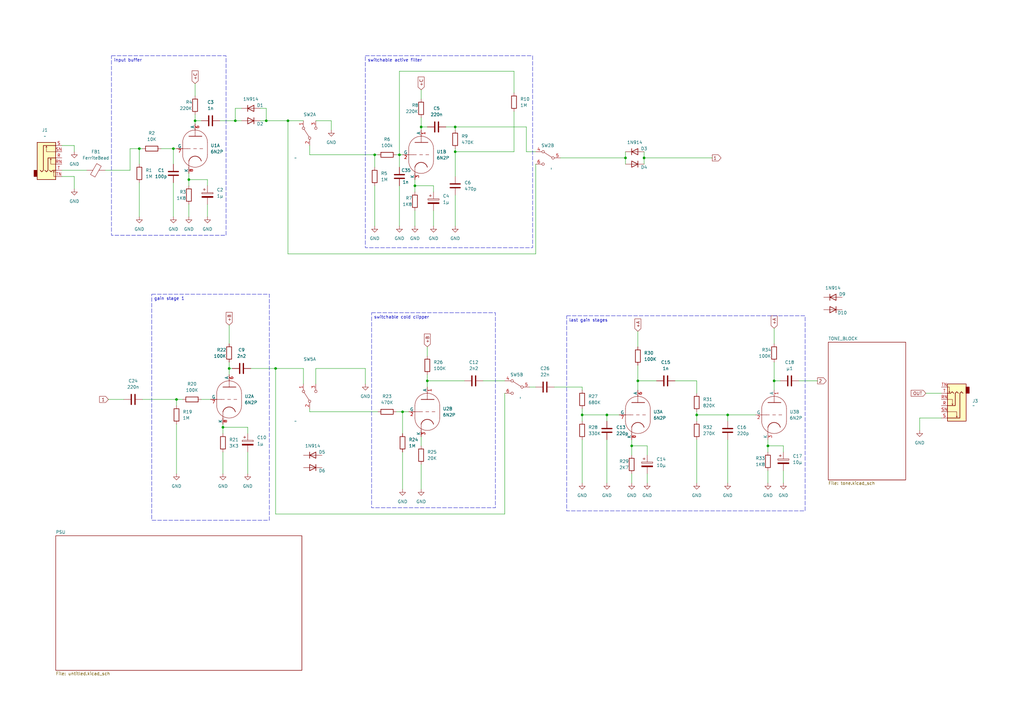
<source format=kicad_sch>
(kicad_sch (version 20250114) (generator "eeschema") (generator_version "9.0")
  (paper "A3")
  (lib_symbols
    (symbol "Connector_Audio:AudioJack3_Switch"
      (property "Reference" "J" (at 0 11.43 0))
      (property "Value" "AudioJack3_Switch" (at 0 8.89 0))
      (symbol "AudioJack3_Switch_0_1"
        (rectangle (start -5.08 -5.08) (end -6.35 -7.62) (stroke (width 0.254)) (fill (type outline)))
        (polyline (pts (xy -1.905 -5.08) (xy -1.27 -5.715) (xy -0.635 -5.08) (xy -0.635 0) (xy 2.54 0)) (stroke (width 0.254)))
        (polyline (pts (xy -1.27 4.826) (xy -1.016 4.318)))
        (polyline (pts (xy 0 -5.08) (xy 0.635 -5.715) (xy 1.27 -5.08) (xy 2.54 -5.08)) (stroke (width 0.254)))
        (polyline (pts (xy 0.508 -0.254) (xy 0.762 -0.762)))
        (polyline (pts (xy 1.778 -5.334) (xy 2.032 -5.842)))
        (rectangle (start 2.54 6.35) (end -5.08 -8.89) (stroke (width 0.254)) (fill (type background)))
        (polyline (pts (xy 2.54 5.08) (xy -2.54 5.08) (xy -2.54 -5.08) (xy -3.175 -5.715) (xy -3.81 -5.08)) (stroke (width 0.254)))
        (polyline (pts (xy 2.54 2.54) (xy -1.27 2.54) (xy -1.27 4.826) (xy -1.524 4.318)))
        (polyline (pts (xy 2.54 -2.54) (xy 0.508 -2.54) (xy 0.508 -0.254) (xy 0.254 -0.762)))
        (polyline (pts (xy 2.54 -7.62) (xy 1.778 -7.62) (xy 1.778 -5.334) (xy 1.524 -5.842)))
      )
      (symbol "AudioJack3_Switch_1_1"
        (pin passive line (at 5.08 5.08 180) (length 2.54) (name "~") (number "S"))
        (pin passive line (at 5.08 2.54 180) (length 2.54) (name "~") (number "SN"))
        (pin passive line (at 5.08 0 180) (length 2.54) (name "~") (number "R"))
        (pin passive line (at 5.08 -2.54 180) (length 2.54) (name "~") (number "RN"))
        (pin passive line (at 5.08 -5.08 180) (length 2.54) (name "~") (number "T"))
        (pin passive line (at 5.08 -7.62 180) (length 2.54) (name "~") (number "TN"))
      )
    )
    (symbol "Device:C" (pin_numbers (hide yes)) (pin_names (offset 0.254))
      (property "Reference" "C" (at 0.635 2.54 0))
      (property "Value" "C" (at 0.635 -2.54 0))
      (symbol "C_0_1"
        (polyline (pts (xy -2.032 0.762) (xy 2.032 0.762)) (stroke (width 0.508)))
        (polyline (pts (xy -2.032 -0.762) (xy 2.032 -0.762)) (stroke (width 0.508)))
      )
      (symbol "C_1_1"
        (pin passive line (at 0 3.81 270) (length 2.794) (name "~") (number "1"))
        (pin passive line (at 0 -3.81 90) (length 2.794) (name "~") (number "2"))
      )
    )
    (symbol "Device:C_Polarized" (pin_numbers (hide yes)) (pin_names (offset 0.254))
      (property "Reference" "C" (at 0.635 2.54 0))
      (property "Value" "C_Polarized" (at 0.635 -2.54 0))
      (symbol "C_Polarized_0_1"
        (rectangle (start -2.286 0.508) (end 2.286 1.016))
        (polyline (pts (xy -1.778 2.286) (xy -0.762 2.286)))
        (polyline (pts (xy -1.27 2.794) (xy -1.27 1.778)))
        (rectangle (start 2.286 -0.508) (end -2.286 -1.016) (fill (type outline)))
      )
      (symbol "C_Polarized_1_1"
        (pin passive line (at 0 3.81 270) (length 2.794) (name "~") (number "1"))
        (pin passive line (at 0 -3.81 90) (length 2.794) (name "~") (number "2"))
      )
    )
    (symbol "Device:FerriteBead" (pin_numbers (hide yes)) (pin_names (offset 0))
      (property "Reference" "FB" (at -3.81 0.635 90))
      (property "Value" "FerriteBead" (at 3.81 0 90))
      (symbol "FerriteBead_0_1"
        (polyline (pts (xy -2.7686 0.4064) (xy -1.7018 2.2606) (xy 2.7686 -0.3048) (xy 1.6764 -2.159) (xy -2.7686 0.4064)))
        (polyline (pts (xy 0 1.27) (xy 0 1.2954)))
        (polyline (pts (xy 0 -1.27) (xy 0 -1.2192)))
      )
      (symbol "FerriteBead_1_1"
        (pin passive line (at 0 3.81 270) (length 2.54) (name "~") (number "1"))
        (pin passive line (at 0 -3.81 90) (length 2.54) (name "~") (number "2"))
      )
    )
    (symbol "Device:R" (pin_numbers (hide yes)) (pin_names (offset 0))
      (property "Reference" "R" (at 2.032 0 90))
      (property "Value" "R" (at 0 0 90))
      (symbol "R_0_1"
        (rectangle (start -1.016 -2.54) (end 1.016 2.54) (stroke (width 0.254)))
      )
      (symbol "R_1_1"
        (pin passive line (at 0 3.81 270) (length 1.27) (name "~") (number "1"))
        (pin passive line (at 0 -3.81 90) (length 1.27) (name "~") (number "2"))
      )
    )
    (symbol "Diode:1N914" (pin_numbers (hide yes)) (pin_names (hide yes))
      (property "Reference" "D" (at 0 2.54 0))
      (property "Value" "1N914" (at 0 -2.54 0))
      (symbol "1N914_0_1"
        (polyline (pts (xy -1.27 1.27) (xy -1.27 -1.27)) (stroke (width 0.254)))
        (polyline (pts (xy 1.27 1.27) (xy 1.27 -1.27) (xy -1.27 0) (xy 1.27 1.27)) (stroke (width 0.254)))
        (polyline (pts (xy 1.27 0) (xy -1.27 0)))
      )
      (symbol "1N914_1_1"
        (pin passive line (at -3.81 0 0) (length 2.54) (name "K") (number "1"))
        (pin passive line (at 3.81 0 180) (length 2.54) (name "A") (number "2"))
      )
    )
    (symbol "Switch:SW_DPDT_x2" (pin_names (offset 0) (hide yes))
      (property "Reference" "SW" (at 0 4.318 0))
      (property "Value" "SW_DPDT_x2" (at 0 -5.08 0))
      (symbol "SW_DPDT_x2_0_0"
        (circle (center -2.032 0) (radius 0.508))
        (circle (center 2.032 -2.54) (radius 0.508))
      )
      (symbol "SW_DPDT_x2_0_1"
        (polyline (pts (xy -1.524 0.254) (xy 1.651 2.286)))
        (circle (center 2.032 2.54) (radius 0.508))
      )
      (symbol "SW_DPDT_x2_1_1"
        (pin passive line (at -5.08 0 0) (length 2.54) (name "B") (number "2"))
        (pin passive line (at 5.08 2.54 180) (length 2.54) (name "A") (number "1"))
        (pin passive line (at 5.08 -2.54 180) (length 2.54) (name "C") (number "3"))
      )
      (symbol "SW_DPDT_x2_2_1"
        (pin passive line (at -5.08 0 0) (length 2.54) (name "B") (number "5"))
        (pin passive line (at 5.08 2.54 180) (length 2.54) (name "A") (number "4"))
        (pin passive line (at 5.08 -2.54 180) (length 2.54) (name "C") (number "6"))
      )
    )
    (symbol "Valve:6N2P" (pin_names (offset 0))
      (property "Reference" "U3" (at 6.35 1.2701 0))
      (property "Value" "ECC83" (at 6.35 -1.2699 0))
      (symbol "6N2P_0_1"
        (polyline (pts (xy -5.08 2.54) (xy -5.08 -2.54) (xy -5.08 -2.54)))
        (arc (start -5.08 2.54) (mid 0 7.5979) (end 5.08 2.54))
        (arc (start 5.08 -2.54) (mid 0 -7.5979) (end -5.08 -2.54))
        (polyline (pts (xy 5.08 2.54) (xy 5.08 -2.54)))
      )
      (symbol "6N2P_1_0"
        (polyline (pts (xy -2.54 -5.08) (xy -2.54 -7.62)))
        (polyline (pts (xy 0 5.08) (xy 0 7.62)))
      )
      (symbol "6N2P_1_1"
        (polyline (pts (xy -5.08 0) (xy -3.175 0)))
        (polyline (pts (xy -2.54 5.08) (xy 2.794 5.08) (xy 2.794 5.08)) (stroke (width 0.254)))
        (polyline (pts (xy -1.905 0) (xy -3.175 0)) (stroke (width 0.1524)))
        (polyline (pts (xy -0.635 0) (xy 0.635 0)) (stroke (width 0.1524)))
        (arc (start -2.54 -5.08) (mid 0 -3.0968) (end 2.54 -5.08) (stroke (width 0.254)))
        (polyline (pts (xy 1.905 0) (xy 3.175 0)) (stroke (width 0.1524)))
        (pin input line (at -7.62 0 0) (length 2.54) (name "G") (number "7"))
        (pin bidirectional line (at -2.54 -10.16 90) (length 2.54) (name "K") (number "8"))
        (pin output line (at 0 10.16 270) (length 2.54) (name "A") (number "6"))
      )
      (symbol "6N2P_2_0"
        (polyline (pts (xy -2.54 -5.08) (xy -2.54 -7.62)))
        (polyline (pts (xy 0 5.08) (xy 0 7.62)))
      )
      (symbol "6N2P_2_1"
        (polyline (pts (xy -5.08 0) (xy -3.175 0)))
        (polyline (pts (xy -2.54 5.08) (xy 2.794 5.08) (xy 2.794 5.08)) (stroke (width 0.254)))
        (polyline (pts (xy -1.905 0) (xy -3.175 0)) (stroke (width 0.1524)))
        (polyline (pts (xy -0.635 0) (xy 0.635 0)) (stroke (width 0.1524)))
        (arc (start -2.54 -5.08) (mid 0 -3.0968) (end 2.54 -5.08) (stroke (width 0.254)))
        (polyline (pts (xy 1.905 0) (xy 3.175 0)) (stroke (width 0.1524)))
        (pin input line (at -7.62 0 0) (length 2.54) (name "G") (number "2"))
        (pin bidirectional line (at -2.54 -10.16 90) (length 2.54) (name "K") (number "3"))
        (pin output line (at 0 10.16 270) (length 2.54) (name "A") (number "1"))
      )
      (symbol "6N2P_3_1"
        (polyline (pts (xy 0 5.08) (xy 0 6.35)))
        (polyline (pts (xy 0 2.54) (xy 0 3.81)))
        (polyline (pts (xy 0 0) (xy 0 1.27)))
        (polyline (pts (xy 0 -2.54) (xy 0 -1.27)))
        (polyline (pts (xy 0 -5.08) (xy 0 -3.81)))
        (arc (start -2.54 -6.35) (mid 0 -4.7823) (end 2.54 -6.35))
        (pin power_in line (at -2.54 -11.43 90) (length 5.08) (name "F1") (number "4"))
        (pin power_in line (at 0 -11.43 90) (length 5.08) (name "F2") (number "9"))
        (pin power_in line (at 2.54 -11.43 90) (length 5.08) (name "F1") (number "5"))
      )
    )
    (symbol "power:GND" (power) (pin_names (offset 0))
      (property "Value" "GND" (at 0 -3.81 0))
      (symbol "GND_0_1"
        (polyline (pts (xy 0 0) (xy 0 -1.27) (xy 1.27 -1.27) (xy 0 -2.54) (xy -1.27 -1.27) (xy 0 -1.27)))
      )
      (symbol "GND_1_1"
        (pin power_in line (at 0 0 270) (length 0) (hide yes) (name "GND") (number "1"))
      )
    )
  )
  (text_box "switchable active filter" (at 149.86 22.86 0) (size 68.58 78.74) (margins 0.9525 0.9525 0.9525 0.9525) (stroke (width 0) (type dash)) (effects (font (size 1.27 1.27)) (justify left top)))
  (text_box "last gain stages" (at 232.41 129.54 0) (size 97.79 80.01) (margins 0.9525 0.9525 0.9525 0.9525) (stroke (width 0) (type dash)) (effects (font (size 1.27 1.27)) (justify left top)))
  (text_box "input buffer" (at 45.72 22.86 0) (size 46.99 73.66) (margins 0.9525 0.9525 0.9525 0.9525) (stroke (width 0) (type dash)) (effects (font (size 1.27 1.27)) (justify left top)))
  (text_box "switchable cold clipper" (at 152.4 128.27 0) (size 50.8 80.01) (margins 0.9525 0.9525 0.9525 0.9525) (stroke (width 0) (type dash)) (effects (font (size 1.27 1.27)) (justify left top)))
  (text_box "gain stage 1" (at 62.23 120.65 0) (size 48.26 92.71) (margins 0.9525 0.9525 0.9525 0.9525) (stroke (width 0) (type dash)) (effects (font (size 1.27 1.27)) (justify left top)))
  (junction (at 186.69 52.07))
  (junction (at 80.01 49.53))
  (junction (at 113.03 151.13))
  (junction (at 317.5 156.21))
  (junction (at 175.26 156.21))
  (junction (at 93.98 151.13))
  (junction (at 77.47 73.66))
  (junction (at 153.67 63.5))
  (junction (at 163.83 63.5))
  (junction (at 261.62 156.21))
  (junction (at 186.69 62.23))
  (junction (at 285.75 170.18))
  (junction (at 264.16 64.77))
  (junction (at 91.44 175.26))
  (junction (at 248.92 170.18))
  (junction (at 57.15 60.96))
  (junction (at 298.45 170.18))
  (junction (at 118.11 49.53))
  (junction (at 259.08 182.88))
  (junction (at 314.96 182.88))
  (junction (at 170.18 76.2))
  (junction (at 96.52 49.53))
  (junction (at 109.22 49.53))
  (junction (at 165.1 168.91))
  (junction (at 238.76 170.18))
  (junction (at 72.39 163.83))
  (junction (at 172.72 52.07))
  (junction (at 256.54 64.77))
  (junction (at 71.12 60.96))
  (wire (pts (xy 261.62 149.86) (xy 261.62 156.21)))
  (wire (pts (xy 215.9 62.23) (xy 215.9 52.07)))
  (wire (pts (xy 163.83 63.5) (xy 163.83 68.58)))
  (wire (pts (xy 85.09 76.2) (xy 85.09 73.66)))
  (wire (pts (xy 72.39 173.99) (xy 72.39 194.31)))
  (wire (pts (xy 314.96 193.04) (xy 314.96 198.12)))
  (wire (pts (xy 259.08 180.34) (xy 259.08 182.88)))
  (wire (pts (xy 82.55 163.83) (xy 86.36 163.83)))
  (wire (pts (xy 321.31 185.42) (xy 321.31 182.88)))
  (wire (pts (xy 163.83 76.2) (xy 163.83 92.71)))
  (wire (pts (xy 118.11 49.53) (xy 124.46 49.53)))
  (wire (pts (xy 285.75 170.18) (xy 285.75 172.72)))
  (wire (pts (xy 314.96 182.88) (xy 314.96 185.42)))
  (wire (pts (xy 219.71 62.23) (xy 215.9 62.23)))
  (wire (pts (xy 80.01 34.29) (xy 80.01 39.37)))
  (wire (pts (xy 109.22 49.53) (xy 109.22 44.45)))
  (wire (pts (xy 175.26 153.67) (xy 175.26 156.21)))
  (wire (pts (xy 165.1 168.91) (xy 167.64 168.91)))
  (wire (pts (xy 66.04 60.96) (xy 71.12 60.96)))
  (wire (pts (xy 127 63.5) (xy 153.67 63.5)))
  (wire (pts (xy 93.98 148.59) (xy 93.98 151.13)))
  (wire (pts (xy 285.75 180.34) (xy 285.75 198.12)))
  (wire (pts (xy 186.69 80.01) (xy 186.69 92.71)))
  (wire (pts (xy 386.08 171.45) (xy 377.19 171.45)))
  (wire (pts (xy 177.8 76.2) (xy 170.18 76.2)))
  (wire (pts (xy 101.6 177.8) (xy 101.6 175.26)))
  (wire (pts (xy 210.82 29.21) (xy 163.83 29.21)))
  (wire (pts (xy 172.72 190.5) (xy 172.72 200.66)))
  (wire (pts (xy 162.56 168.91) (xy 165.1 168.91)))
  (wire (pts (xy 109.22 44.45) (xy 106.68 44.45)))
  (wire (pts (xy 317.5 148.59) (xy 317.5 156.21)))
  (wire (pts (xy 248.92 170.18) (xy 254 170.18)))
  (wire (pts (xy 93.98 151.13) (xy 95.25 151.13)))
  (wire (pts (xy 177.8 86.36) (xy 177.8 92.71)))
  (wire (pts (xy 170.18 86.36) (xy 170.18 92.71)))
  (wire (pts (xy 175.26 142.24) (xy 175.26 146.05)))
  (wire (pts (xy 298.45 180.34) (xy 298.45 198.12)))
  (wire (pts (xy 91.44 185.42) (xy 91.44 194.31)))
  (wire (pts (xy 182.88 52.07) (xy 186.69 52.07)))
  (wire (pts (xy 77.47 83.82) (xy 77.47 88.9)))
  (wire (pts (xy 71.12 60.96) (xy 72.39 60.96)))
  (wire (pts (xy 172.72 48.26) (xy 172.72 52.07)))
  (wire (pts (xy 259.08 182.88) (xy 259.08 186.69)))
  (wire (pts (xy 25.4 69.85) (xy 35.56 69.85)))
  (wire (pts (xy 101.6 175.26) (xy 91.44 175.26)))
  (wire (pts (xy 264.16 62.23) (xy 264.16 64.77)))
  (wire (pts (xy 210.82 45.72) (xy 210.82 62.23)))
  (wire (pts (xy 298.45 170.18) (xy 285.75 170.18)))
  (wire (pts (xy 53.34 60.96) (xy 53.34 69.85)))
  (wire (pts (xy 80.01 46.99) (xy 80.01 49.53)))
  (wire (pts (xy 215.9 52.07) (xy 186.69 52.07)))
  (wire (pts (xy 210.82 29.21) (xy 210.82 38.1)))
  (wire (pts (xy 57.15 60.96) (xy 58.42 60.96)))
  (wire (pts (xy 265.43 182.88) (xy 259.08 182.88)))
  (wire (pts (xy 153.67 76.2) (xy 153.67 92.71)))
  (wire (pts (xy 44.45 163.83) (xy 50.8 163.83)))
  (wire (pts (xy 256.54 62.23) (xy 256.54 64.77)))
  (wire (pts (xy 113.03 151.13) (xy 113.03 210.82)))
  (wire (pts (xy 321.31 193.04) (xy 321.31 198.12)))
  (wire (pts (xy 248.92 170.18) (xy 248.92 172.72)))
  (wire (pts (xy 30.48 59.69) (xy 30.48 62.23)))
  (wire (pts (xy 170.18 73.66) (xy 170.18 76.2)))
  (wire (pts (xy 170.18 76.2) (xy 170.18 78.74)))
  (wire (pts (xy 113.03 151.13) (xy 124.46 151.13)))
  (wire (pts (xy 186.69 62.23) (xy 186.69 72.39)))
  (wire (pts (xy 85.09 73.66) (xy 77.47 73.66)))
  (wire (pts (xy 298.45 170.18) (xy 298.45 172.72)))
  (wire (pts (xy 314.96 182.88) (xy 321.31 182.88)))
  (wire (pts (xy 227.33 158.75) (xy 238.76 158.75)))
  (wire (pts (xy 175.26 156.21) (xy 190.5 156.21)))
  (wire (pts (xy 149.86 151.13) (xy 149.86 157.48)))
  (wire (pts (xy 186.69 60.96) (xy 186.69 62.23)))
  (wire (pts (xy 238.76 180.34) (xy 238.76 198.12)))
  (wire (pts (xy 106.68 49.53) (xy 109.22 49.53)))
  (wire (pts (xy 154.94 63.5) (xy 153.67 63.5)))
  (wire (pts (xy 317.5 134.62) (xy 317.5 140.97)))
  (wire (pts (xy 285.75 156.21) (xy 285.75 161.29)))
  (wire (pts (xy 72.39 163.83) (xy 74.93 163.83)))
  (wire (pts (xy 163.83 29.21) (xy 163.83 63.5)))
  (wire (pts (xy 264.16 64.77) (xy 264.16 67.31)))
  (wire (pts (xy 248.92 180.34) (xy 248.92 198.12)))
  (wire (pts (xy 91.44 175.26) (xy 91.44 177.8)))
  (wire (pts (xy 165.1 185.42) (xy 165.1 200.66)))
  (wire (pts (xy 77.47 73.66) (xy 77.47 76.2)))
  (wire (pts (xy 186.69 62.23) (xy 210.82 62.23)))
  (wire (pts (xy 80.01 49.53) (xy 82.55 49.53)))
  (wire (pts (xy 57.15 74.93) (xy 57.15 88.9)))
  (wire (pts (xy 256.54 64.77) (xy 256.54 67.31)))
  (wire (pts (xy 317.5 156.21) (xy 320.04 156.21)))
  (wire (pts (xy 93.98 151.13) (xy 93.98 153.67)))
  (wire (pts (xy 265.43 194.31) (xy 265.43 198.12)))
  (wire (pts (xy 58.42 163.83) (xy 72.39 163.83)))
  (wire (pts (xy 261.62 135.89) (xy 261.62 142.24)))
  (wire (pts (xy 172.72 52.07) (xy 172.72 53.34)))
  (wire (pts (xy 127 59.69) (xy 127 63.5)))
  (wire (pts (xy 85.09 83.82) (xy 85.09 88.9)))
  (wire (pts (xy 264.16 64.77) (xy 292.1 64.77)))
  (wire (pts (xy 71.12 60.96) (xy 71.12 67.31)))
  (wire (pts (xy 207.01 161.29) (xy 207.01 210.82)))
  (wire (pts (xy 238.76 158.75) (xy 238.76 160.02)))
  (wire (pts (xy 25.4 59.69) (xy 30.48 59.69)))
  (wire (pts (xy 53.34 60.96) (xy 57.15 60.96)))
  (wire (pts (xy 327.66 156.21) (xy 335.28 156.21)))
  (wire (pts (xy 118.11 104.14) (xy 219.71 104.14)))
  (wire (pts (xy 238.76 167.64) (xy 238.76 170.18)))
  (wire (pts (xy 219.71 104.14) (xy 219.71 67.31)))
  (wire (pts (xy 96.52 49.53) (xy 99.06 49.53)))
  (wire (pts (xy 198.12 156.21) (xy 207.01 156.21)))
  (wire (pts (xy 101.6 185.42) (xy 101.6 194.31)))
  (wire (pts (xy 124.46 151.13) (xy 124.46 157.48)))
  (wire (pts (xy 314.96 180.34) (xy 314.96 182.88)))
  (wire (pts (xy 153.67 63.5) (xy 153.67 68.58)))
  (wire (pts (xy 285.75 168.91) (xy 285.75 170.18)))
  (wire (pts (xy 25.4 72.39) (xy 30.48 72.39)))
  (wire (pts (xy 91.44 173.99) (xy 91.44 175.26)))
  (wire (pts (xy 177.8 78.74) (xy 177.8 76.2)))
  (wire (pts (xy 217.17 158.75) (xy 219.71 158.75)))
  (wire (pts (xy 172.72 36.83) (xy 172.72 40.64)))
  (wire (pts (xy 163.83 63.5) (xy 165.1 63.5)))
  (wire (pts (xy 207.01 210.82) (xy 113.03 210.82)))
  (wire (pts (xy 72.39 163.83) (xy 72.39 166.37)))
  (wire (pts (xy 261.62 156.21) (xy 261.62 160.02)))
  (wire (pts (xy 109.22 49.53) (xy 118.11 49.53)))
  (wire (pts (xy 30.48 72.39) (xy 30.48 77.47)))
  (wire (pts (xy 71.12 74.93) (xy 71.12 88.9)))
  (wire (pts (xy 259.08 194.31) (xy 259.08 198.12)))
  (wire (pts (xy 317.5 156.21) (xy 317.5 160.02)))
  (wire (pts (xy 77.47 71.12) (xy 77.47 73.66)))
  (wire (pts (xy 186.69 52.07) (xy 186.69 53.34)))
  (wire (pts (xy 261.62 156.21) (xy 269.24 156.21)))
  (wire (pts (xy 96.52 44.45) (xy 96.52 49.53)))
  (wire (pts (xy 118.11 49.53) (xy 118.11 104.14)))
  (wire (pts (xy 80.01 49.53) (xy 80.01 50.8)))
  (wire (pts (xy 127 168.91) (xy 154.94 168.91)))
  (wire (pts (xy 309.88 170.18) (xy 298.45 170.18)))
  (wire (pts (xy 276.86 156.21) (xy 285.75 156.21)))
  (wire (pts (xy 265.43 186.69) (xy 265.43 182.88)))
  (wire (pts (xy 238.76 170.18) (xy 248.92 170.18)))
  (wire (pts (xy 238.76 170.18) (xy 238.76 172.72)))
  (wire (pts (xy 102.87 151.13) (xy 113.03 151.13)))
  (wire (pts (xy 53.34 69.85) (xy 43.18 69.85)))
  (wire (pts (xy 129.54 151.13) (xy 149.86 151.13)))
  (wire (pts (xy 175.26 156.21) (xy 175.26 158.75)))
  (wire (pts (xy 129.54 157.48) (xy 129.54 151.13)))
  (wire (pts (xy 99.06 44.45) (xy 96.52 44.45)))
  (wire (pts (xy 90.17 49.53) (xy 96.52 49.53)))
  (wire (pts (xy 165.1 168.91) (xy 165.1 177.8)))
  (wire (pts (xy 129.54 49.53) (xy 135.89 49.53)))
  (wire (pts (xy 172.72 179.07) (xy 172.72 182.88)))
  (wire (pts (xy 172.72 52.07) (xy 175.26 52.07)))
  (wire (pts (xy 93.98 133.35) (xy 93.98 140.97)))
  (wire (pts (xy 135.89 49.53) (xy 135.89 53.34)))
  (wire (pts (xy 377.19 171.45) (xy 377.19 176.53)))
  (wire (pts (xy 229.87 64.77) (xy 256.54 64.77)))
  (wire (pts (xy 379.73 161.29) (xy 386.08 161.29)))
  (wire (pts (xy 163.83 63.5) (xy 162.56 63.5)))
  (wire (pts (xy 57.15 67.31) (xy 57.15 60.96)))
  (wire (pts (xy 127 167.64) (xy 127 168.91)))
  (global_label "2" (shape output) (at 335.28 156.21 0) (property "Intersheetrefs" "${INTERSHEET_REFS}" (effects (hide yes))))
  (global_label "+A" (shape input) (at 261.62 135.89 90) (property "Intersheetrefs" "${INTERSHEET_REFS}" (effects (hide yes))))
  (global_label "+B" (shape input) (at 175.26 142.24 90) (property "Intersheetrefs" "${INTERSHEET_REFS}" (effects (hide yes))))
  (global_label "1" (shape input) (at 44.45 163.83 180) (property "Intersheetrefs" "${INTERSHEET_REFS}" (effects (hide yes))))
  (global_label "+B" (shape input) (at 93.98 133.35 90) (property "Intersheetrefs" "${INTERSHEET_REFS}" (effects (hide yes))))
  (global_label "+A" (shape input) (at 317.5 134.62 90) (property "Intersheetrefs" "${INTERSHEET_REFS}" (effects (hide yes))))
  (global_label "OUT" (shape input) (at 379.73 161.29 180) (property "Intersheetrefs" "${INTERSHEET_REFS}" (effects (hide yes))))
  (global_label "+C" (shape input) (at 172.72 36.83 90) (property "Intersheetrefs" "${INTERSHEET_REFS}" (effects (hide yes))))
  (global_label "1" (shape output) (at 292.1 64.77 0) (property "Intersheetrefs" "${INTERSHEET_REFS}" (effects (hide yes))))
  (global_label "+C" (shape input) (at 80.01 34.29 90) (property "Intersheetrefs" "${INTERSHEET_REFS}" (effects (hide yes))))
  (symbol (lib_id "power:GND") (at 163.83 92.71 0) (unit 1)
    (property "Reference" "#PWR053" (effects (hide yes)))
    (property "Value" "GND" (at 163.83 97.79 0))
  )
  (symbol (lib_id "Device:R") (at 62.23 60.96 90) (unit 1)
    (property "Reference" "R2" (at 62.23 54.61 90))
    (property "Value" "10K" (at 62.23 57.15 90))
  )
  (symbol (lib_id "Device:C_Polarized") (at 177.8 82.55 0) (unit 1)
    (property "Reference" "C4" (at 181.61 80.391 0) (effects (justify left)))
    (property "Value" "1µ" (at 181.61 82.931 0) (effects (justify left)))
  )
  (symbol (lib_id "Device:C_Polarized") (at 265.43 190.5 0) (unit 1)
    (property "Reference" "C14" (at 269.24 188.341 0) (effects (justify left)))
    (property "Value" "10µ" (at 269.24 190.881 0) (effects (justify left)))
  )
  (symbol (lib_id "Device:R") (at 317.5 144.78 180) (unit 1)
    (property "Reference" "R34" (at 312.42 143.51 0) (effects (justify right)))
    (property "Value" "100K" (at 311.15 146.05 0) (effects (justify right)))
  )
  (symbol (lib_id "power:GND") (at 170.18 92.71 0) (unit 1)
    (property "Reference" "#PWR09" (effects (hide yes)))
    (property "Value" "GND" (at 170.18 97.79 0))
  )
  (symbol (lib_id "Connector_Audio:AudioJack3_Switch") (at 20.32 64.77 0) (unit 1)
    (property "Reference" "J1" (at 18.415 53.34 0))
    (property "Value" "~" (at 18.415 55.88 0))
  )
  (symbol (lib_id "Device:C") (at 163.83 72.39 180) (unit 1)
    (property "Reference" "C35" (at 164.592 69.85 0) (effects (justify right)))
    (property "Value" "1n" (at 165.1 74.676 0) (effects (justify right)))
  )
  (symbol (lib_id "Device:C_Polarized") (at 85.09 80.01 0) (unit 1)
    (property "Reference" "C2" (at 88.9 77.851 0) (effects (justify left)))
    (property "Value" "1µ" (at 88.9 80.391 0) (effects (justify left)))
  )
  (symbol (lib_id "Device:R") (at 238.76 163.83 0) (unit 1)
    (property "Reference" "R27" (at 241.3 162.56 0) (effects (justify left)))
    (property "Value" "680K" (at 241.3 165.1 0) (effects (justify left)))
  )
  (symbol (lib_id "Device:C") (at 54.61 163.83 90) (unit 1)
    (property "Reference" "C24" (at 54.61 156.21 90))
    (property "Value" "220n" (at 54.61 158.75 90))
  )
  (symbol (lib_id "Device:R") (at 285.75 176.53 180) (unit 1)
    (property "Reference" "R32" (at 288.29 175.26 0) (effects (justify right)))
    (property "Value" "270K" (at 288.29 177.8 0) (effects (justify right)))
  )
  (symbol (lib_id "Device:R") (at 80.01 43.18 180) (unit 1)
    (property "Reference" "R4" (at 76.2 41.91 0) (effects (justify right)))
    (property "Value" "220K" (at 73.66 44.45 0) (effects (justify right)))
  )
  (symbol (lib_id "power:GND") (at 377.19 176.53 0) (unit 1)
    (property "Reference" "#PWR052" (effects (hide yes)))
    (property "Value" "GND" (at 377.19 181.61 0))
  )
  (symbol (lib_id "Diode:1N914") (at 341.63 127 180) (unit 1)
    (property "Reference" "D10" (at 345.44 128.27 0))
    (property "Value" "1N914" (effects (hide yes)))
    (property "Footprint" "Diode_THT:D_DO-35_SOD27_P7.62mm_Horizontal" (effects (hide yes)))
    (property "Datasheet" "http://www.vishay.com/docs/85622/1n914.pdf" (effects (hide yes)))
    (property "Sim.Device" "D" (effects (hide yes)))
    (property "Sim.Pins" "1=K 2=A" (effects (hide yes)))
  )
  (symbol (lib_id "Device:C") (at 248.92 176.53 180) (unit 1)
    (property "Reference" "C13" (at 252.73 175.26 0) (effects (justify right)))
    (property "Value" "220p" (at 252.73 177.8 0) (effects (justify right)))
  )
  (symbol (lib_id "power:GND") (at 177.8 92.71 0) (unit 1)
    (property "Reference" "#PWR010" (effects (hide yes)))
    (property "Value" "GND" (at 177.8 97.79 0))
  )
  (symbol (lib_id "power:GND") (at 101.6 194.31 0) (unit 1)
    (property "Reference" "#PWR020" (effects (hide yes)))
    (property "Value" "GND" (at 101.6 199.39 0))
  )
  (symbol (lib_id "Device:R") (at 238.76 176.53 180) (unit 1)
    (property "Reference" "R28" (at 241.3 175.26 0) (effects (justify right)))
    (property "Value" "330K" (at 241.3 177.8 0) (effects (justify right)))
  )
  (symbol (lib_id "Valve:6N2P") (at 317.5 170.18 0) (unit 2)
    (property "Reference" "U3" (at 323.85 168.91 0) (effects (justify left)))
    (property "Value" "6N2P" (at 323.85 171.45 0) (effects (justify left)))
    (property "Footprint" "Valve:Valve_6N2P" (effects (hide yes)))
    (property "Datasheet" "http://www.r-type.org/pdfs/6n2p.pdf" (effects (hide yes)))
  )
  (symbol (lib_id "Device:R") (at 91.44 181.61 0) (unit 1)
    (property "Reference" "R21" (at 93.98 180.34 0) (effects (justify left)))
    (property "Value" "3K3" (at 93.98 182.88 0) (effects (justify left)))
  )
  (symbol (lib_id "Device:C") (at 273.05 156.21 90) (unit 1)
    (property "Reference" "C15" (at 273.05 148.59 90))
    (property "Value" "1n" (at 273.05 151.13 90))
  )
  (symbol (lib_id "Switch:SW_DPDT_x2") (at 224.79 64.77 0) (mirror y) (unit 2)
    (property "Reference" "SW2" (at 227.33 59.69 0) (effects (justify left)))
    (property "Value" "~" (at 226.06 68.58 90) (effects (justify right)))
  )
  (symbol (lib_id "Valve:6N2P") (at 93.98 163.83 0) (unit 1)
    (property "Reference" "U2" (at 100.33 162.56 0) (effects (justify left)))
    (property "Value" "6N2P" (at 100.33 165.1 0) (effects (justify left)))
    (property "Footprint" "Valve:Valve_6N2P" (effects (hide yes)))
    (property "Datasheet" "http://www.r-type.org/pdfs/6n2p.pdf" (effects (hide yes)))
  )
  (symbol (lib_id "Device:R") (at 78.74 163.83 90) (unit 1)
    (property "Reference" "R20" (at 78.74 157.48 90))
    (property "Value" "100K" (at 78.74 160.02 90))
  )
  (symbol (lib_id "power:GND") (at 285.75 198.12 0) (unit 1)
    (property "Reference" "#PWR029" (effects (hide yes)))
    (property "Value" "GND" (at 285.75 203.2 0))
  )
  (symbol (lib_id "power:GND") (at 314.96 198.12 0) (unit 1)
    (property "Reference" "#PWR031" (effects (hide yes)))
    (property "Value" "GND" (at 314.96 203.2 0))
  )
  (symbol (lib_id "Valve:6N2P") (at 80.01 60.96 0) (unit 1)
    (property "Reference" "U1" (at 86.36 59.69 0) (effects (justify left)))
    (property "Value" "6N2P" (at 86.36 62.23 0) (effects (justify left)))
    (property "Footprint" "Valve:Valve_6N2P" (effects (hide yes)))
    (property "Datasheet" "http://www.r-type.org/pdfs/6n2p.pdf" (effects (hide yes)))
  )
  (symbol (lib_id "power:GND") (at 149.86 157.48 0) (unit 1)
    (property "Reference" "#PWR021" (effects (hide yes)))
    (property "Value" "GND" (at 149.86 162.56 0))
  )
  (symbol (lib_id "power:GND") (at 30.48 77.47 0) (unit 1)
    (property "Reference" "#PWR02" (effects (hide yes)))
    (property "Value" "GND" (at 30.48 82.55 0))
  )
  (symbol (lib_id "Valve:6N2P") (at 172.72 63.5 0) (unit 2)
    (property "Reference" "U1" (at 179.07 62.23 0) (effects (justify left)))
    (property "Value" "6N2P" (at 179.07 64.77 0) (effects (justify left)))
    (property "Footprint" "Valve:Valve_6N2P" (effects (hide yes)))
    (property "Datasheet" "http://www.r-type.org/pdfs/6n2p.pdf" (effects (hide yes)))
  )
  (symbol (lib_id "power:GND") (at 77.47 88.9 0) (unit 1)
    (property "Reference" "#PWR05" (effects (hide yes)))
    (property "Value" "GND" (at 77.47 93.98 0))
  )
  (symbol (lib_id "Device:R") (at 77.47 80.01 180) (unit 1)
    (property "Reference" "R3" (at 73.66 78.74 0) (effects (justify right)))
    (property "Value" "1K8" (at 72.39 81.28 0) (effects (justify right)))
  )
  (symbol (lib_id "Device:C") (at 179.07 52.07 90) (unit 1)
    (property "Reference" "C5" (at 179.07 44.45 90))
    (property "Value" "220n" (at 179.07 46.99 90))
  )
  (symbol (lib_id "Device:R") (at 186.69 57.15 0) (unit 1)
    (property "Reference" "R9" (at 189.23 55.88 0) (effects (justify left)))
    (property "Value" "470K" (at 189.23 58.42 0) (effects (justify left)))
  )
  (symbol (lib_id "Diode:1N914") (at 128.27 186.69 0) (unit 1)
    (property "Reference" "D5" (at 132.08 185.42 0))
    (property "Value" "1N914" (at 128.27 182.88 0))
    (property "Footprint" "Diode_THT:D_DO-35_SOD27_P7.62mm_Horizontal" (effects (hide yes)))
    (property "Datasheet" "http://www.vishay.com/docs/85622/1n914.pdf" (effects (hide yes)))
    (property "Sim.Device" "D" (effects (hide yes)))
    (property "Sim.Pins" "1=K 2=A" (effects (hide yes)))
  )
  (symbol (lib_id "Device:R") (at 172.72 44.45 0) (unit 1)
    (property "Reference" "R8" (at 168.91 43.18 0) (effects (justify left)))
    (property "Value" "220K" (at 166.37 45.72 0) (effects (justify left)))
  )
  (symbol (lib_id "power:GND") (at 265.43 198.12 0) (unit 1)
    (property "Reference" "#PWR028" (effects (hide yes)))
    (property "Value" "GND" (at 265.43 203.2 0))
  )
  (symbol (lib_id "Device:R") (at 172.72 186.69 180) (unit 1)
    (property "Reference" "R25" (at 175.26 185.4199 0) (effects (justify right)))
    (property "Value" "20K" (at 175.26 187.9599 0) (effects (justify right)))
  )
  (symbol (lib_id "power:GND") (at 321.31 198.12 0) (unit 1)
    (property "Reference" "#PWR032" (effects (hide yes)))
    (property "Value" "GND" (at 321.31 203.2 0))
  )
  (symbol (lib_id "Device:C") (at 194.31 156.21 90) (unit 1)
    (property "Reference" "C12" (at 194.31 148.59 90))
    (property "Value" "2n2" (at 194.31 151.13 90))
  )
  (symbol (lib_id "power:GND") (at 71.12 88.9 0) (unit 1)
    (property "Reference" "#PWR04" (effects (hide yes)))
    (property "Value" "GND" (at 71.12 93.98 0))
  )
  (symbol (lib_id "Device:R") (at 261.62 146.05 180) (unit 1)
    (property "Reference" "R30" (at 264.16 144.78 0) (effects (justify right)))
    (property "Value" "100K" (at 264.16 147.32 0) (effects (justify right)))
  )
  (symbol (lib_id "Device:C") (at 323.85 156.21 90) (unit 1)
    (property "Reference" "C18" (at 323.85 148.59 90))
    (property "Value" "µ1" (at 323.85 151.13 90))
  )
  (symbol (lib_id "power:GND") (at 248.92 198.12 0) (unit 1)
    (property "Reference" "#PWR026" (effects (hide yes)))
    (property "Value" "GND" (at 248.92 203.2 0))
  )
  (symbol (lib_id "power:GND") (at 135.89 53.34 0) (unit 1)
    (property "Reference" "#PWR07" (effects (hide yes)))
    (property "Value" "GND" (at 135.89 58.42 0))
  )
  (symbol (lib_id "Device:C") (at 186.69 76.2 180) (unit 1)
    (property "Reference" "C6" (at 190.5 74.93 0) (effects (justify right)))
    (property "Value" "470p" (at 190.5 77.47 0) (effects (justify right)))
  )
  (symbol (lib_id "Valve:6N2P") (at 175.26 168.91 0) (unit 2)
    (property "Reference" "U2" (at 181.61 167.64 0) (effects (justify left)))
    (property "Value" "6N2P" (at 181.61 170.18 0) (effects (justify left)))
    (property "Footprint" "Valve:Valve_6N2P" (effects (hide yes)))
    (property "Datasheet" "http://www.r-type.org/pdfs/6n2p.pdf" (effects (hide yes)))
  )
  (symbol (lib_id "Device:R") (at 72.39 170.18 180) (unit 1)
    (property "Reference" "R19" (at 74.93 168.91 0) (effects (justify right)))
    (property "Value" "1M" (at 74.93 171.45 0) (effects (justify right)))
  )
  (symbol (lib_id "power:GND") (at 238.76 198.12 0) (unit 1)
    (property "Reference" "#PWR025" (effects (hide yes)))
    (property "Value" "GND" (at 238.76 203.2 0))
  )
  (symbol (lib_id "Device:R") (at 175.26 149.86 180) (unit 1)
    (property "Reference" "R26" (at 177.8 148.59 0) (effects (justify right)))
    (property "Value" "100K" (at 177.8 151.13 0) (effects (justify right)))
  )
  (symbol (lib_id "Diode:1N914") (at 341.63 121.92 0) (unit 1)
    (property "Reference" "D9" (at 345.44 120.65 0))
    (property "Value" "1N914" (at 341.63 118.11 0))
    (property "Footprint" "Diode_THT:D_DO-35_SOD27_P7.62mm_Horizontal" (effects (hide yes)))
    (property "Datasheet" "http://www.vishay.com/docs/85622/1n914.pdf" (effects (hide yes)))
    (property "Sim.Device" "D" (effects (hide yes)))
    (property "Sim.Pins" "1=K 2=A" (effects (hide yes)))
  )
  (symbol (lib_id "power:GND") (at 165.1 200.66 0) (unit 1)
    (property "Reference" "#PWR022" (effects (hide yes)))
    (property "Value" "GND" (at 165.1 205.74 0))
  )
  (symbol (lib_id "Device:R") (at 153.67 72.39 180) (unit 1)
    (property "Reference" "R5" (at 156.21 71.12 0) (effects (justify right)))
    (property "Value" "1M" (at 156.21 73.66 0) (effects (justify right)))
  )
  (symbol (lib_id "Device:C") (at 71.12 71.12 180) (unit 1)
    (property "Reference" "C1" (at 64.77 69.85 0) (effects (justify right)))
    (property "Value" "100p" (at 63.5 72.39 0) (effects (justify right)))
  )
  (symbol (lib_id "power:GND") (at 57.15 88.9 0) (unit 1)
    (property "Reference" "#PWR03" (effects (hide yes)))
    (property "Value" "GND" (at 57.15 93.98 0))
  )
  (symbol (lib_id "Switch:SW_DPDT_x2") (at 212.09 158.75 0) (mirror y) (unit 2)
    (property "Reference" "SW5" (at 214.63 153.67 0) (effects (justify left)))
    (property "Value" "~" (at 213.36 162.56 90) (effects (justify right)))
  )
  (symbol (lib_id "Device:R") (at 93.98 144.78 0) (unit 1)
    (property "Reference" "R22" (at 88.9 143.51 0) (effects (justify left)))
    (property "Value" "100K" (at 87.63 146.05 0) (effects (justify left)))
  )
  (symbol (lib_id "Device:C") (at 298.45 176.53 180) (unit 1)
    (property "Reference" "C16" (at 302.26 175.26 0) (effects (justify right)))
    (property "Value" "220p" (at 302.26 177.8 0) (effects (justify right)))
  )
  (symbol (lib_id "Device:C_Polarized") (at 321.31 189.23 0) (unit 1)
    (property "Reference" "C17" (at 325.12 187.071 0) (effects (justify left)))
    (property "Value" "10µ" (at 325.12 189.611 0) (effects (justify left)))
  )
  (symbol (lib_id "Diode:1N914") (at 260.35 62.23 0) (unit 1)
    (property "Reference" "D3" (at 264.16 60.96 0))
    (property "Value" "1N914" (at 260.35 58.42 0))
    (property "Footprint" "Diode_THT:D_DO-35_SOD27_P7.62mm_Horizontal" (effects (hide yes)))
    (property "Datasheet" "http://www.vishay.com/docs/85622/1n914.pdf" (effects (hide yes)))
    (property "Sim.Device" "D" (effects (hide yes)))
    (property "Sim.Pins" "1=K 2=A" (effects (hide yes)))
  )
  (symbol (lib_id "Valve:6N2P") (at 261.62 170.18 0) (unit 1)
    (property "Reference" "U3" (at 267.97 168.91 0) (effects (justify left)))
    (property "Value" "6N2P" (at 267.97 171.45 0) (effects (justify left)))
    (property "Footprint" "Valve:Valve_6N2P" (effects (hide yes)))
    (property "Datasheet" "http://www.r-type.org/pdfs/6n2p.pdf" (effects (hide yes)))
  )
  (symbol (lib_id "power:GND") (at 153.67 92.71 0) (unit 1)
    (property "Reference" "#PWR08" (effects (hide yes)))
    (property "Value" "GND" (at 153.67 97.79 0))
  )
  (symbol (lib_id "Device:C") (at 99.06 151.13 90) (unit 1)
    (property "Reference" "C9" (at 99.06 143.51 90))
    (property "Value" "2n2" (at 99.06 146.05 90))
  )
  (symbol (lib_id "Device:R") (at 158.75 168.91 90) (unit 1)
    (property "Reference" "R23" (at 158.75 162.56 90))
    (property "Value" "470K" (at 158.75 165.1 90))
  )
  (symbol (lib_id "power:GND") (at 30.48 62.23 0) (unit 1)
    (property "Reference" "#PWR01" (effects (hide yes)))
    (property "Value" "GND" (at 30.48 67.31 0))
  )
  (symbol (lib_id "power:GND") (at 72.39 194.31 0) (unit 1)
    (property "Reference" "#PWR018" (effects (hide yes)))
    (property "Value" "GND" (at 72.39 199.39 0))
  )
  (symbol (lib_id "Device:R") (at 285.75 165.1 180) (unit 1)
    (property "Reference" "R31" (at 288.29 163.83 0) (effects (justify right)))
    (property "Value" "820K" (at 288.29 166.37 0) (effects (justify right)))
  )
  (symbol (lib_id "power:GND") (at 186.69 92.71 0) (unit 1)
    (property "Reference" "#PWR011" (effects (hide yes)))
    (property "Value" "GND" (at 186.69 97.79 0))
  )
  (symbol (lib_id "power:GND") (at 85.09 88.9 0) (unit 1)
    (property "Reference" "#PWR06" (effects (hide yes)))
    (property "Value" "GND" (at 85.09 93.98 0))
  )
  (symbol (lib_id "Device:R") (at 165.1 181.61 180) (unit 1)
    (property "Reference" "R24" (at 167.64 180.34 0) (effects (justify right)))
    (property "Value" "1M" (at 167.64 182.88 0) (effects (justify right)))
  )
  (symbol (lib_id "power:GND") (at 172.72 200.66 0) (unit 1)
    (property "Reference" "#PWR023" (effects (hide yes)))
    (property "Value" "GND" (at 172.72 205.74 0))
  )
  (symbol (lib_id "Device:R") (at 170.18 82.55 0) (unit 1)
    (property "Reference" "R7" (at 166.37 81.28 0) (effects (justify left)))
    (property "Value" "1K8" (at 165.1 83.82 0) (effects (justify left)))
  )
  (symbol (lib_id "Device:R") (at 259.08 190.5 180) (unit 1)
    (property "Reference" "R29" (at 254 189.23 0) (effects (justify right)))
    (property "Value" "2K7" (at 254 191.77 0) (effects (justify right)))
  )
  (symbol (lib_id "power:GND") (at 91.44 194.31 0) (unit 1)
    (property "Reference" "#PWR019" (effects (hide yes)))
    (property "Value" "GND" (at 91.44 199.39 0))
  )
  (symbol (lib_id "Device:C") (at 86.36 49.53 90) (unit 1)
    (property "Reference" "C3" (at 86.36 41.91 90))
    (property "Value" "1n" (at 86.36 44.45 90))
  )
  (symbol (lib_id "Device:R") (at 158.75 63.5 270) (unit 1)
    (property "Reference" "R6" (at 158.75 57.15 90))
    (property "Value" "100k" (at 158.75 59.69 90))
  )
  (symbol (lib_id "Device:R") (at 210.82 41.91 180) (unit 1)
    (property "Reference" "R10" (at 213.36 40.64 0) (effects (justify right)))
    (property "Value" "1M" (at 213.36 43.18 0) (effects (justify right)))
  )
  (symbol (lib_id "Switch:SW_DPDT_x2") (at 127 162.56 90) (unit 1)
    (property "Reference" "SW5" (at 124.46 147.32 90) (effects (justify right)))
    (property "Value" "~" (at 120.65 172.72 90) (effects (justify right)))
  )
  (symbol (lib_id "Device:R") (at 314.96 189.23 180) (unit 1)
    (property "Reference" "R33" (at 309.88 187.96 0) (effects (justify right)))
    (property "Value" "1K8" (at 309.88 190.5 0) (effects (justify right)))
  )
  (symbol (lib_id "Connector_Audio:AudioJack3_Switch") (at 391.16 166.37 180) (unit 1)
    (property "Reference" "J3" (at 398.78 164.4649 0) (effects (justify right)))
    (property "Value" "~" (at 398.78 166.37 0) (effects (justify right)))
  )
  (symbol (lib_id "Diode:1N914") (at 128.27 191.77 180) (unit 1)
    (property "Reference" "D6" (at 132.08 193.04 0))
    (property "Value" "1N914" (effects (hide yes)))
    (property "Footprint" "Diode_THT:D_DO-35_SOD27_P7.62mm_Horizontal" (effects (hide yes)))
    (property "Datasheet" "http://www.vishay.com/docs/85622/1n914.pdf" (effects (hide yes)))
    (property "Sim.Device" "D" (effects (hide yes)))
    (property "Sim.Pins" "1=K 2=A" (effects (hide yes)))
  )
  (symbol (lib_id "Device:C_Polarized") (at 101.6 181.61 0) (unit 1)
    (property "Reference" "C10" (at 105.41 179.451 0) (effects (justify left)))
    (property "Value" "1µ" (at 105.41 181.991 0) (effects (justify left)))
  )
  (symbol (lib_id "Device:FerriteBead") (at 39.37 69.85 90) (unit 1)
    (property "Reference" "FB1" (at 39.3192 62.23 90))
    (property "Value" "FerriteBead" (at 39.3192 64.77 90))
  )
  (symbol (lib_id "power:GND") (at 259.08 198.12 0) (unit 1)
    (property "Reference" "#PWR027" (effects (hide yes)))
    (property "Value" "GND" (at 259.08 203.2 0))
  )
  (symbol (lib_id "power:GND") (at 298.45 198.12 0) (unit 1)
    (property "Reference" "#PWR030" (effects (hide yes)))
    (property "Value" "GND" (at 298.45 203.2 0))
  )
  (symbol (lib_id "Switch:SW_DPDT_x2") (at 127 54.61 90) (unit 1)
    (property "Reference" "SW2" (at 124.46 46.99 90) (effects (justify right)))
    (property "Value" "~" (at 120.65 64.77 90) (effects (justify right)))
  )
  (symbol (lib_id "Diode:1N914") (at 102.87 44.45 0) (unit 1)
    (property "Reference" "D1" (at 106.68 43.18 0))
    (property "Value" "1N914" (at 102.87 40.64 0))
    (property "Footprint" "Diode_THT:D_DO-35_SOD27_P7.62mm_Horizontal" (effects (hide yes)))
    (property "Datasheet" "http://www.vishay.com/docs/85622/1n914.pdf" (effects (hide yes)))
    (property "Sim.Device" "D" (effects (hide yes)))
    (property "Sim.Pins" "1=K 2=A" (effects (hide yes)))
  )
  (symbol (lib_id "Device:C") (at 223.52 158.75 90) (unit 1)
    (property "Reference" "C26" (at 223.52 151.13 90))
    (property "Value" "22n" (at 223.52 153.67 90))
  )
  (symbol (lib_id "Diode:1N914") (at 260.35 67.31 180) (unit 1)
    (property "Reference" "D4" (at 264.16 68.58 0))
    (property "Value" "1N914" (effects (hide yes)))
    (property "Footprint" "Diode_THT:D_DO-35_SOD27_P7.62mm_Horizontal" (effects (hide yes)))
    (property "Datasheet" "http://www.vishay.com/docs/85622/1n914.pdf" (effects (hide yes)))
    (property "Sim.Device" "D" (effects (hide yes)))
    (property "Sim.Pins" "1=K 2=A" (effects (hide yes)))
  )
  (symbol (lib_id "Device:R") (at 57.15 71.12 180) (unit 1)
    (property "Reference" "R1" (at 59.69 69.85 0) (effects (justify right)))
    (property "Value" "1M" (at 59.69 72.39 0) (effects (justify right)))
  )
  (symbol (lib_id "Diode:1N914") (at 102.87 49.53 180) (unit 1)
    (property "Reference" "D2" (at 106.68 50.8 0))
    (property "Value" "1N914" (effects (hide yes)))
    (property "Footprint" "Diode_THT:D_DO-35_SOD27_P7.62mm_Horizontal" (effects (hide yes)))
    (property "Datasheet" "http://www.vishay.com/docs/85622/1n914.pdf" (effects (hide yes)))
    (property "Sim.Device" "D" (effects (hide yes)))
    (property "Sim.Pins" "1=K 2=A" (effects (hide yes)))
  )
  (sheet (at 339.725 140.335) (size 31.75 56.515) (stroke (width 0.1524))
    (property "Sheetname" "TONE_BLOCK" (at 339.725 139.6234 0) (effects (justify left bottom)))
    (property "Sheetfile" "tone.kicad_sch" (at 339.725 197.4346 0) (effects (justify left top)))
  )
  (sheet (at 22.86 219.71) (size 100.965 55.245) (stroke (width 0.1524))
    (property "Sheetname" "PSU" (at 22.86 218.9984 0) (effects (justify left bottom)))
    (property "Sheetfile" "untitled.kicad_sch" (at 22.86 275.5396 0) (effects (justify left top)))
  )
)
</source>
